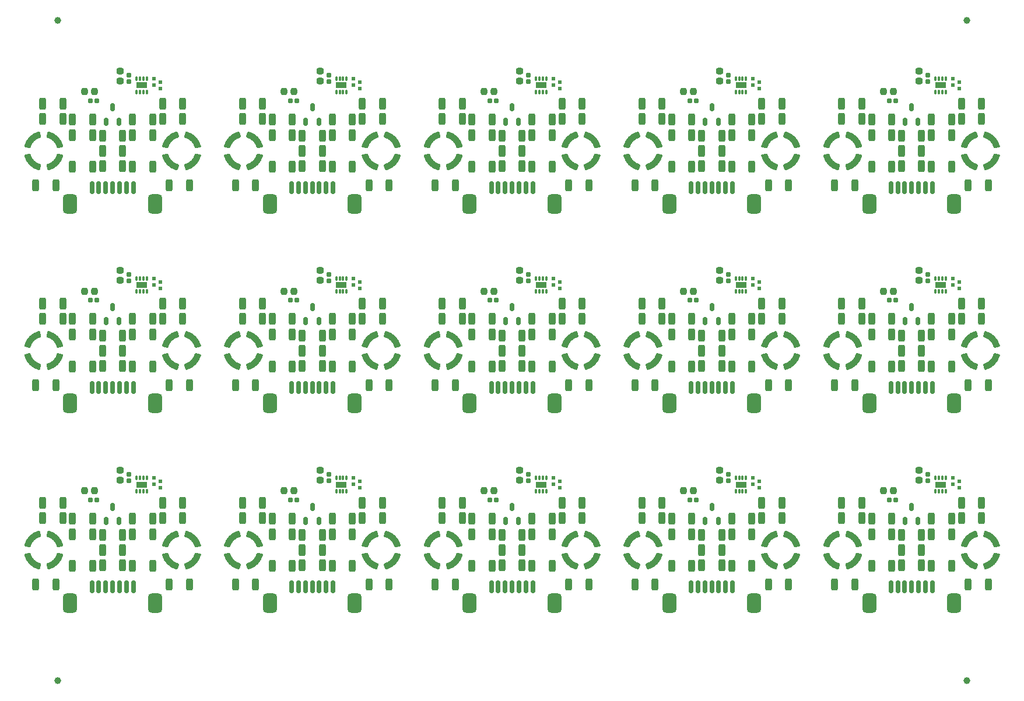
<source format=gtp>
G04*
G04 #@! TF.GenerationSoftware,Altium Limited,Altium Designer,22.3.1 (43)*
G04*
G04 Layer_Color=8421504*
%FSLAX43Y43*%
%MOMM*%
G71*
G04*
G04 #@! TF.SameCoordinates,A7882174-668A-4C85-9E38-10F84BEF39C3*
G04*
G04*
G04 #@! TF.FilePolarity,Positive*
G04*
G01*
G75*
%ADD10C,1.000*%
G04:AMPARAMS|DCode=13|XSize=1.01mm|YSize=1.73mm|CornerRadius=0.253mm|HoleSize=0mm|Usage=FLASHONLY|Rotation=180.000|XOffset=0mm|YOffset=0mm|HoleType=Round|Shape=RoundedRectangle|*
%AMROUNDEDRECTD13*
21,1,1.010,1.225,0,0,180.0*
21,1,0.505,1.730,0,0,180.0*
1,1,0.505,-0.253,0.613*
1,1,0.505,0.253,0.613*
1,1,0.505,0.253,-0.613*
1,1,0.505,-0.253,-0.613*
%
%ADD13ROUNDEDRECTD13*%
G04:AMPARAMS|DCode=14|XSize=1.9mm|YSize=0.6mm|CornerRadius=0.156mm|HoleSize=0mm|Usage=FLASHONLY|Rotation=270.000|XOffset=0mm|YOffset=0mm|HoleType=Round|Shape=RoundedRectangle|*
%AMROUNDEDRECTD14*
21,1,1.900,0.288,0,0,270.0*
21,1,1.588,0.600,0,0,270.0*
1,1,0.312,-0.144,-0.794*
1,1,0.312,-0.144,0.794*
1,1,0.312,0.144,0.794*
1,1,0.312,0.144,-0.794*
%
%ADD14ROUNDEDRECTD14*%
G04:AMPARAMS|DCode=15|XSize=2.8mm|YSize=2.1mm|CornerRadius=0.546mm|HoleSize=0mm|Usage=FLASHONLY|Rotation=270.000|XOffset=0mm|YOffset=0mm|HoleType=Round|Shape=RoundedRectangle|*
%AMROUNDEDRECTD15*
21,1,2.800,1.008,0,0,270.0*
21,1,1.708,2.100,0,0,270.0*
1,1,1.092,-0.504,-0.854*
1,1,1.092,-0.504,0.854*
1,1,1.092,0.504,0.854*
1,1,1.092,0.504,-0.854*
%
%ADD15ROUNDEDRECTD15*%
G04:AMPARAMS|DCode=16|XSize=0.68mm|YSize=0.7mm|CornerRadius=0.17mm|HoleSize=0mm|Usage=FLASHONLY|Rotation=0.000|XOffset=0mm|YOffset=0mm|HoleType=Round|Shape=RoundedRectangle|*
%AMROUNDEDRECTD16*
21,1,0.680,0.360,0,0,0.0*
21,1,0.340,0.700,0,0,0.0*
1,1,0.340,0.170,-0.180*
1,1,0.340,-0.170,-0.180*
1,1,0.340,-0.170,0.180*
1,1,0.340,0.170,0.180*
%
%ADD16ROUNDEDRECTD16*%
G04:AMPARAMS|DCode=17|XSize=0.95mm|YSize=1.02mm|CornerRadius=0.242mm|HoleSize=0mm|Usage=FLASHONLY|Rotation=270.000|XOffset=0mm|YOffset=0mm|HoleType=Round|Shape=RoundedRectangle|*
%AMROUNDEDRECTD17*
21,1,0.950,0.535,0,0,270.0*
21,1,0.466,1.020,0,0,270.0*
1,1,0.485,-0.268,-0.233*
1,1,0.485,-0.268,0.233*
1,1,0.485,0.268,0.233*
1,1,0.485,0.268,-0.233*
%
%ADD17ROUNDEDRECTD17*%
G04:AMPARAMS|DCode=18|XSize=0.95mm|YSize=1.02mm|CornerRadius=0.242mm|HoleSize=0mm|Usage=FLASHONLY|Rotation=0.000|XOffset=0mm|YOffset=0mm|HoleType=Round|Shape=RoundedRectangle|*
%AMROUNDEDRECTD18*
21,1,0.950,0.535,0,0,0.0*
21,1,0.466,1.020,0,0,0.0*
1,1,0.485,0.233,-0.268*
1,1,0.485,-0.233,-0.268*
1,1,0.485,-0.233,0.268*
1,1,0.485,0.233,0.268*
%
%ADD18ROUNDEDRECTD18*%
G04:AMPARAMS|DCode=19|XSize=0.57mm|YSize=0.58mm|CornerRadius=0.14mm|HoleSize=0mm|Usage=FLASHONLY|Rotation=90.000|XOffset=0mm|YOffset=0mm|HoleType=Round|Shape=RoundedRectangle|*
%AMROUNDEDRECTD19*
21,1,0.570,0.301,0,0,90.0*
21,1,0.291,0.580,0,0,90.0*
1,1,0.279,0.150,0.145*
1,1,0.279,0.150,-0.145*
1,1,0.279,-0.150,-0.145*
1,1,0.279,-0.150,0.145*
%
%ADD19ROUNDEDRECTD19*%
G04:AMPARAMS|DCode=20|XSize=0.68mm|YSize=0.7mm|CornerRadius=0.17mm|HoleSize=0mm|Usage=FLASHONLY|Rotation=270.000|XOffset=0mm|YOffset=0mm|HoleType=Round|Shape=RoundedRectangle|*
%AMROUNDEDRECTD20*
21,1,0.680,0.360,0,0,270.0*
21,1,0.340,0.700,0,0,270.0*
1,1,0.340,-0.180,-0.170*
1,1,0.340,-0.180,0.170*
1,1,0.340,0.180,0.170*
1,1,0.340,0.180,-0.170*
%
%ADD20ROUNDEDRECTD20*%
G04:AMPARAMS|DCode=21|XSize=0.61mm|YSize=0.28mm|CornerRadius=0.07mm|HoleSize=0mm|Usage=FLASHONLY|Rotation=270.000|XOffset=0mm|YOffset=0mm|HoleType=Round|Shape=RoundedRectangle|*
%AMROUNDEDRECTD21*
21,1,0.610,0.140,0,0,270.0*
21,1,0.470,0.280,0,0,270.0*
1,1,0.140,-0.070,-0.235*
1,1,0.140,-0.070,0.235*
1,1,0.140,0.070,0.235*
1,1,0.140,0.070,-0.235*
%
%ADD21ROUNDEDRECTD21*%
%ADD22R,1.600X0.900*%
G04:AMPARAMS|DCode=23|XSize=1.18mm|YSize=0.62mm|CornerRadius=0.161mm|HoleSize=0mm|Usage=FLASHONLY|Rotation=270.000|XOffset=0mm|YOffset=0mm|HoleType=Round|Shape=RoundedRectangle|*
%AMROUNDEDRECTD23*
21,1,1.180,0.298,0,0,270.0*
21,1,0.858,0.620,0,0,270.0*
1,1,0.322,-0.149,-0.429*
1,1,0.322,-0.149,0.429*
1,1,0.322,0.149,0.429*
1,1,0.322,0.149,-0.429*
%
%ADD23ROUNDEDRECTD23*%
%ADD29C,0.300*%
D10*
X15000Y100000D02*
D03*
X147000D02*
D03*
Y4000D02*
D03*
X15000D02*
D03*
D13*
X11840Y18000D02*
D03*
X14760D02*
D03*
X12840Y29850D02*
D03*
X15760D02*
D03*
X12840Y27650D02*
D03*
X15760D02*
D03*
X17190Y25300D02*
D03*
X20110D02*
D03*
X17190Y27600D02*
D03*
X20110D02*
D03*
X17190Y20700D02*
D03*
X20110D02*
D03*
X21540Y25200D02*
D03*
X24460D02*
D03*
X21540Y23000D02*
D03*
X24460D02*
D03*
X21540Y20800D02*
D03*
X24460D02*
D03*
X30240Y27650D02*
D03*
X33160D02*
D03*
X25890Y20700D02*
D03*
X28810D02*
D03*
X25890Y27600D02*
D03*
X28810D02*
D03*
X25890Y25300D02*
D03*
X28810D02*
D03*
X31240Y18000D02*
D03*
X34160D02*
D03*
X30240Y29850D02*
D03*
X33160D02*
D03*
X40840Y18000D02*
D03*
X43760D02*
D03*
X41840Y29850D02*
D03*
X44760D02*
D03*
X41840Y27650D02*
D03*
X44760D02*
D03*
X46190Y25300D02*
D03*
X49110D02*
D03*
X46190Y27600D02*
D03*
X49110D02*
D03*
X46190Y20700D02*
D03*
X49110D02*
D03*
X50540Y25200D02*
D03*
X53460D02*
D03*
X50540Y23000D02*
D03*
X53460D02*
D03*
X50540Y20800D02*
D03*
X53460D02*
D03*
X59240Y27650D02*
D03*
X62160D02*
D03*
X54890Y20700D02*
D03*
X57810D02*
D03*
X54890Y27600D02*
D03*
X57810D02*
D03*
X54890Y25300D02*
D03*
X57810D02*
D03*
X60240Y18000D02*
D03*
X63160D02*
D03*
X59240Y29850D02*
D03*
X62160D02*
D03*
X69840Y18000D02*
D03*
X72760D02*
D03*
X70840Y29850D02*
D03*
X73760D02*
D03*
X70840Y27650D02*
D03*
X73760D02*
D03*
X75190Y25300D02*
D03*
X78110D02*
D03*
X75190Y27600D02*
D03*
X78110D02*
D03*
X75190Y20700D02*
D03*
X78110D02*
D03*
X79540Y25200D02*
D03*
X82460D02*
D03*
X79540Y23000D02*
D03*
X82460D02*
D03*
X79540Y20800D02*
D03*
X82460D02*
D03*
X88240Y27650D02*
D03*
X91160D02*
D03*
X83890Y20700D02*
D03*
X86810D02*
D03*
X83890Y27600D02*
D03*
X86810D02*
D03*
X83890Y25300D02*
D03*
X86810D02*
D03*
X89240Y18000D02*
D03*
X92160D02*
D03*
X88240Y29850D02*
D03*
X91160D02*
D03*
X98840Y18000D02*
D03*
X101760D02*
D03*
X99840Y29850D02*
D03*
X102760D02*
D03*
X99840Y27650D02*
D03*
X102760D02*
D03*
X104190Y25300D02*
D03*
X107110D02*
D03*
X104190Y27600D02*
D03*
X107110D02*
D03*
X104190Y20700D02*
D03*
X107110D02*
D03*
X108540Y25200D02*
D03*
X111460D02*
D03*
X108540Y23000D02*
D03*
X111460D02*
D03*
X108540Y20800D02*
D03*
X111460D02*
D03*
X117240Y27650D02*
D03*
X120160D02*
D03*
X112890Y20700D02*
D03*
X115810D02*
D03*
X112890Y27600D02*
D03*
X115810D02*
D03*
X112890Y25300D02*
D03*
X115810D02*
D03*
X118240Y18000D02*
D03*
X121160D02*
D03*
X117240Y29850D02*
D03*
X120160D02*
D03*
X127840Y18000D02*
D03*
X130760D02*
D03*
X128840Y29850D02*
D03*
X131760D02*
D03*
X128840Y27650D02*
D03*
X131760D02*
D03*
X133190Y25300D02*
D03*
X136110D02*
D03*
X133190Y27600D02*
D03*
X136110D02*
D03*
X133190Y20700D02*
D03*
X136110D02*
D03*
X137540Y25200D02*
D03*
X140460D02*
D03*
X137540Y23000D02*
D03*
X140460D02*
D03*
X137540Y20800D02*
D03*
X140460D02*
D03*
X146240Y27650D02*
D03*
X149160D02*
D03*
X141890Y20700D02*
D03*
X144810D02*
D03*
X141890Y27600D02*
D03*
X144810D02*
D03*
X141890Y25300D02*
D03*
X144810D02*
D03*
X147240Y18000D02*
D03*
X150160D02*
D03*
X146240Y29850D02*
D03*
X149160D02*
D03*
X11840Y47000D02*
D03*
X14760D02*
D03*
X12840Y58850D02*
D03*
X15760D02*
D03*
X12840Y56650D02*
D03*
X15760D02*
D03*
X17190Y54300D02*
D03*
X20110D02*
D03*
X17190Y56600D02*
D03*
X20110D02*
D03*
X17190Y49700D02*
D03*
X20110D02*
D03*
X21540Y54200D02*
D03*
X24460D02*
D03*
X21540Y52000D02*
D03*
X24460D02*
D03*
X21540Y49800D02*
D03*
X24460D02*
D03*
X30240Y56650D02*
D03*
X33160D02*
D03*
X25890Y49700D02*
D03*
X28810D02*
D03*
X25890Y56600D02*
D03*
X28810D02*
D03*
X25890Y54300D02*
D03*
X28810D02*
D03*
X31240Y47000D02*
D03*
X34160D02*
D03*
X30240Y58850D02*
D03*
X33160D02*
D03*
X40840Y47000D02*
D03*
X43760D02*
D03*
X41840Y58850D02*
D03*
X44760D02*
D03*
X41840Y56650D02*
D03*
X44760D02*
D03*
X46190Y54300D02*
D03*
X49110D02*
D03*
X46190Y56600D02*
D03*
X49110D02*
D03*
X46190Y49700D02*
D03*
X49110D02*
D03*
X50540Y54200D02*
D03*
X53460D02*
D03*
X50540Y52000D02*
D03*
X53460D02*
D03*
X50540Y49800D02*
D03*
X53460D02*
D03*
X59240Y56650D02*
D03*
X62160D02*
D03*
X54890Y49700D02*
D03*
X57810D02*
D03*
X54890Y56600D02*
D03*
X57810D02*
D03*
X54890Y54300D02*
D03*
X57810D02*
D03*
X60240Y47000D02*
D03*
X63160D02*
D03*
X59240Y58850D02*
D03*
X62160D02*
D03*
X69840Y47000D02*
D03*
X72760D02*
D03*
X70840Y58850D02*
D03*
X73760D02*
D03*
X70840Y56650D02*
D03*
X73760D02*
D03*
X75190Y54300D02*
D03*
X78110D02*
D03*
X75190Y56600D02*
D03*
X78110D02*
D03*
X75190Y49700D02*
D03*
X78110D02*
D03*
X79540Y54200D02*
D03*
X82460D02*
D03*
X79540Y52000D02*
D03*
X82460D02*
D03*
X79540Y49800D02*
D03*
X82460D02*
D03*
X88240Y56650D02*
D03*
X91160D02*
D03*
X83890Y49700D02*
D03*
X86810D02*
D03*
X83890Y56600D02*
D03*
X86810D02*
D03*
X83890Y54300D02*
D03*
X86810D02*
D03*
X89240Y47000D02*
D03*
X92160D02*
D03*
X88240Y58850D02*
D03*
X91160D02*
D03*
X98840Y47000D02*
D03*
X101760D02*
D03*
X99840Y58850D02*
D03*
X102760D02*
D03*
X99840Y56650D02*
D03*
X102760D02*
D03*
X104190Y54300D02*
D03*
X107110D02*
D03*
X104190Y56600D02*
D03*
X107110D02*
D03*
X104190Y49700D02*
D03*
X107110D02*
D03*
X108540Y54200D02*
D03*
X111460D02*
D03*
X108540Y52000D02*
D03*
X111460D02*
D03*
X108540Y49800D02*
D03*
X111460D02*
D03*
X117240Y56650D02*
D03*
X120160D02*
D03*
X112890Y49700D02*
D03*
X115810D02*
D03*
X112890Y56600D02*
D03*
X115810D02*
D03*
X112890Y54300D02*
D03*
X115810D02*
D03*
X118240Y47000D02*
D03*
X121160D02*
D03*
X117240Y58850D02*
D03*
X120160D02*
D03*
X127840Y47000D02*
D03*
X130760D02*
D03*
X128840Y58850D02*
D03*
X131760D02*
D03*
X128840Y56650D02*
D03*
X131760D02*
D03*
X133190Y54300D02*
D03*
X136110D02*
D03*
X133190Y56600D02*
D03*
X136110D02*
D03*
X133190Y49700D02*
D03*
X136110D02*
D03*
X137540Y54200D02*
D03*
X140460D02*
D03*
X137540Y52000D02*
D03*
X140460D02*
D03*
X137540Y49800D02*
D03*
X140460D02*
D03*
X146240Y56650D02*
D03*
X149160D02*
D03*
X141890Y49700D02*
D03*
X144810D02*
D03*
X141890Y56600D02*
D03*
X144810D02*
D03*
X141890Y54300D02*
D03*
X144810D02*
D03*
X147240Y47000D02*
D03*
X150160D02*
D03*
X146240Y58850D02*
D03*
X149160D02*
D03*
X11840Y76000D02*
D03*
X14760D02*
D03*
X12840Y87850D02*
D03*
X15760D02*
D03*
X12840Y85650D02*
D03*
X15760D02*
D03*
X17190Y83300D02*
D03*
X20110D02*
D03*
X17190Y85600D02*
D03*
X20110D02*
D03*
X17190Y78700D02*
D03*
X20110D02*
D03*
X21540Y83200D02*
D03*
X24460D02*
D03*
X21540Y81000D02*
D03*
X24460D02*
D03*
X21540Y78800D02*
D03*
X24460D02*
D03*
X30240Y85650D02*
D03*
X33160D02*
D03*
X25890Y78700D02*
D03*
X28810D02*
D03*
X25890Y85600D02*
D03*
X28810D02*
D03*
X25890Y83300D02*
D03*
X28810D02*
D03*
X31240Y76000D02*
D03*
X34160D02*
D03*
X30240Y87850D02*
D03*
X33160D02*
D03*
X40840Y76000D02*
D03*
X43760D02*
D03*
X41840Y87850D02*
D03*
X44760D02*
D03*
X41840Y85650D02*
D03*
X44760D02*
D03*
X46190Y83300D02*
D03*
X49110D02*
D03*
X46190Y85600D02*
D03*
X49110D02*
D03*
X46190Y78700D02*
D03*
X49110D02*
D03*
X50540Y83200D02*
D03*
X53460D02*
D03*
X50540Y81000D02*
D03*
X53460D02*
D03*
X50540Y78800D02*
D03*
X53460D02*
D03*
X59240Y85650D02*
D03*
X62160D02*
D03*
X54890Y78700D02*
D03*
X57810D02*
D03*
X54890Y85600D02*
D03*
X57810D02*
D03*
X54890Y83300D02*
D03*
X57810D02*
D03*
X60240Y76000D02*
D03*
X63160D02*
D03*
X59240Y87850D02*
D03*
X62160D02*
D03*
X69840Y76000D02*
D03*
X72760D02*
D03*
X70840Y87850D02*
D03*
X73760D02*
D03*
X70840Y85650D02*
D03*
X73760D02*
D03*
X75190Y83300D02*
D03*
X78110D02*
D03*
X75190Y85600D02*
D03*
X78110D02*
D03*
X75190Y78700D02*
D03*
X78110D02*
D03*
X79540Y83200D02*
D03*
X82460D02*
D03*
X79540Y81000D02*
D03*
X82460D02*
D03*
X79540Y78800D02*
D03*
X82460D02*
D03*
X88240Y85650D02*
D03*
X91160D02*
D03*
X83890Y78700D02*
D03*
X86810D02*
D03*
X83890Y85600D02*
D03*
X86810D02*
D03*
X83890Y83300D02*
D03*
X86810D02*
D03*
X89240Y76000D02*
D03*
X92160D02*
D03*
X88240Y87850D02*
D03*
X91160D02*
D03*
X98840Y76000D02*
D03*
X101760D02*
D03*
X99840Y87850D02*
D03*
X102760D02*
D03*
X99840Y85650D02*
D03*
X102760D02*
D03*
X104190Y83300D02*
D03*
X107110D02*
D03*
X104190Y85600D02*
D03*
X107110D02*
D03*
X104190Y78700D02*
D03*
X107110D02*
D03*
X108540Y83200D02*
D03*
X111460D02*
D03*
X108540Y81000D02*
D03*
X111460D02*
D03*
X108540Y78800D02*
D03*
X111460D02*
D03*
X117240Y85650D02*
D03*
X120160D02*
D03*
X112890Y78700D02*
D03*
X115810D02*
D03*
X112890Y85600D02*
D03*
X115810D02*
D03*
X112890Y83300D02*
D03*
X115810D02*
D03*
X118240Y76000D02*
D03*
X121160D02*
D03*
X117240Y87850D02*
D03*
X120160D02*
D03*
X127840Y76000D02*
D03*
X130760D02*
D03*
X128840Y87850D02*
D03*
X131760D02*
D03*
X128840Y85650D02*
D03*
X131760D02*
D03*
X133190Y83300D02*
D03*
X136110D02*
D03*
X133190Y85600D02*
D03*
X136110D02*
D03*
X133190Y78700D02*
D03*
X136110D02*
D03*
X137540Y83200D02*
D03*
X140460D02*
D03*
X137540Y81000D02*
D03*
X140460D02*
D03*
X137540Y78800D02*
D03*
X140460D02*
D03*
X146240Y85650D02*
D03*
X149160D02*
D03*
X141890Y78700D02*
D03*
X144810D02*
D03*
X141890Y85600D02*
D03*
X144810D02*
D03*
X141890Y83300D02*
D03*
X144810D02*
D03*
X147240Y76000D02*
D03*
X150160D02*
D03*
X146240Y87850D02*
D03*
X149160D02*
D03*
D14*
X20000Y17650D02*
D03*
X21000D02*
D03*
X22000Y17650D02*
D03*
X23000D02*
D03*
X24000D02*
D03*
X25000D02*
D03*
X26000Y17650D02*
D03*
X49000D02*
D03*
X50000D02*
D03*
X51000Y17650D02*
D03*
X52000D02*
D03*
X53000D02*
D03*
X54000D02*
D03*
X55000Y17650D02*
D03*
X78000D02*
D03*
X79000D02*
D03*
X80000Y17650D02*
D03*
X81000D02*
D03*
X82000D02*
D03*
X83000D02*
D03*
X84000Y17650D02*
D03*
X107000D02*
D03*
X108000D02*
D03*
X109000Y17650D02*
D03*
X110000D02*
D03*
X111000D02*
D03*
X112000D02*
D03*
X113000Y17650D02*
D03*
X136000D02*
D03*
X137000D02*
D03*
X138000Y17650D02*
D03*
X139000D02*
D03*
X140000D02*
D03*
X141000D02*
D03*
X142000Y17650D02*
D03*
X20000Y46650D02*
D03*
X21000D02*
D03*
X22000Y46650D02*
D03*
X23000D02*
D03*
X24000D02*
D03*
X25000D02*
D03*
X26000Y46650D02*
D03*
X49000D02*
D03*
X50000D02*
D03*
X51000Y46650D02*
D03*
X52000D02*
D03*
X53000D02*
D03*
X54000D02*
D03*
X55000Y46650D02*
D03*
X78000D02*
D03*
X79000D02*
D03*
X80000Y46650D02*
D03*
X81000D02*
D03*
X82000D02*
D03*
X83000D02*
D03*
X84000Y46650D02*
D03*
X107000D02*
D03*
X108000D02*
D03*
X109000Y46650D02*
D03*
X110000D02*
D03*
X111000D02*
D03*
X112000D02*
D03*
X113000Y46650D02*
D03*
X136000D02*
D03*
X137000D02*
D03*
X138000Y46650D02*
D03*
X139000D02*
D03*
X140000D02*
D03*
X141000D02*
D03*
X142000Y46650D02*
D03*
X20000Y75650D02*
D03*
X21000D02*
D03*
X22000Y75650D02*
D03*
X23000D02*
D03*
X24000D02*
D03*
X25000D02*
D03*
X26000Y75650D02*
D03*
X49000D02*
D03*
X50000D02*
D03*
X51000Y75650D02*
D03*
X52000D02*
D03*
X53000D02*
D03*
X54000D02*
D03*
X55000Y75650D02*
D03*
X78000D02*
D03*
X79000D02*
D03*
X80000Y75650D02*
D03*
X81000D02*
D03*
X82000D02*
D03*
X83000D02*
D03*
X84000Y75650D02*
D03*
X107000D02*
D03*
X108000D02*
D03*
X109000Y75650D02*
D03*
X110000D02*
D03*
X111000D02*
D03*
X112000D02*
D03*
X113000Y75650D02*
D03*
X136000D02*
D03*
X137000D02*
D03*
X138000Y75650D02*
D03*
X139000D02*
D03*
X140000D02*
D03*
X141000D02*
D03*
X142000Y75650D02*
D03*
D15*
X16850Y15300D02*
D03*
X29150Y15300D02*
D03*
X45850Y15300D02*
D03*
X58150Y15300D02*
D03*
X74850Y15300D02*
D03*
X87150Y15300D02*
D03*
X103850Y15300D02*
D03*
X116150Y15300D02*
D03*
X132850Y15300D02*
D03*
X145150Y15300D02*
D03*
X16850Y44300D02*
D03*
X29150Y44300D02*
D03*
X45850Y44300D02*
D03*
X58150Y44300D02*
D03*
X74850Y44300D02*
D03*
X87150Y44300D02*
D03*
X103850Y44300D02*
D03*
X116150Y44300D02*
D03*
X132850Y44300D02*
D03*
X145150Y44300D02*
D03*
X16850Y73300D02*
D03*
X29150Y73300D02*
D03*
X45850Y73300D02*
D03*
X58150Y73300D02*
D03*
X74850Y73300D02*
D03*
X87150Y73300D02*
D03*
X103850Y73300D02*
D03*
X116150Y73300D02*
D03*
X132850Y73300D02*
D03*
X145150Y73300D02*
D03*
D16*
X20720Y30300D02*
D03*
X19780D02*
D03*
X49720D02*
D03*
X48780D02*
D03*
X78720D02*
D03*
X77780D02*
D03*
X107720D02*
D03*
X106780D02*
D03*
X136720D02*
D03*
X135780D02*
D03*
X20720Y59300D02*
D03*
X19780D02*
D03*
X49720D02*
D03*
X48780D02*
D03*
X78720D02*
D03*
X77780D02*
D03*
X107720D02*
D03*
X106780D02*
D03*
X136720D02*
D03*
X135780D02*
D03*
X20720Y88300D02*
D03*
X19780D02*
D03*
X49720D02*
D03*
X48780D02*
D03*
X78720D02*
D03*
X77780D02*
D03*
X107720D02*
D03*
X106780D02*
D03*
X136720D02*
D03*
X135780D02*
D03*
D17*
X24125Y33165D02*
D03*
Y34635D02*
D03*
X53125Y33165D02*
D03*
Y34635D02*
D03*
X82125Y33165D02*
D03*
Y34635D02*
D03*
X111125Y33165D02*
D03*
Y34635D02*
D03*
X140125Y33165D02*
D03*
Y34635D02*
D03*
X24125Y62165D02*
D03*
Y63635D02*
D03*
X53125Y62165D02*
D03*
Y63635D02*
D03*
X82125Y62165D02*
D03*
Y63635D02*
D03*
X111125Y62165D02*
D03*
Y63635D02*
D03*
X140125Y62165D02*
D03*
Y63635D02*
D03*
X24125Y91165D02*
D03*
Y92635D02*
D03*
X53125Y91165D02*
D03*
Y92635D02*
D03*
X82125Y91165D02*
D03*
Y92635D02*
D03*
X111125Y91165D02*
D03*
Y92635D02*
D03*
X140125Y91165D02*
D03*
Y92635D02*
D03*
D18*
X20360Y31600D02*
D03*
X18890D02*
D03*
X49360D02*
D03*
X47890D02*
D03*
X78360D02*
D03*
X76890D02*
D03*
X107360D02*
D03*
X105890D02*
D03*
X136360D02*
D03*
X134890D02*
D03*
X20360Y60600D02*
D03*
X18890D02*
D03*
X49360D02*
D03*
X47890D02*
D03*
X78360D02*
D03*
X76890D02*
D03*
X107360D02*
D03*
X105890D02*
D03*
X136360D02*
D03*
X134890D02*
D03*
X20360Y89600D02*
D03*
X18890D02*
D03*
X49360D02*
D03*
X47890D02*
D03*
X78360D02*
D03*
X76890D02*
D03*
X107360D02*
D03*
X105890D02*
D03*
X136360D02*
D03*
X134890D02*
D03*
D19*
X29000Y33495D02*
D03*
Y32565D02*
D03*
X29900Y32965D02*
D03*
Y32035D02*
D03*
X58000Y33495D02*
D03*
Y32565D02*
D03*
X58900Y32965D02*
D03*
Y32035D02*
D03*
X87000Y33495D02*
D03*
Y32565D02*
D03*
X87900Y32965D02*
D03*
Y32035D02*
D03*
X116000Y33495D02*
D03*
Y32565D02*
D03*
X116900Y32965D02*
D03*
Y32035D02*
D03*
X145000Y33495D02*
D03*
Y32565D02*
D03*
X145900Y32965D02*
D03*
Y32035D02*
D03*
X29000Y62495D02*
D03*
Y61565D02*
D03*
X29900Y61965D02*
D03*
Y61035D02*
D03*
X58000Y62495D02*
D03*
Y61565D02*
D03*
X58900Y61965D02*
D03*
Y61035D02*
D03*
X87000Y62495D02*
D03*
Y61565D02*
D03*
X87900Y61965D02*
D03*
Y61035D02*
D03*
X116000Y62495D02*
D03*
Y61565D02*
D03*
X116900Y61965D02*
D03*
Y61035D02*
D03*
X145000Y62495D02*
D03*
Y61565D02*
D03*
X145900Y61965D02*
D03*
Y61035D02*
D03*
X29000Y91495D02*
D03*
Y90565D02*
D03*
X29900Y90965D02*
D03*
Y90035D02*
D03*
X58000Y91495D02*
D03*
Y90565D02*
D03*
X58900Y90965D02*
D03*
Y90035D02*
D03*
X87000Y91495D02*
D03*
Y90565D02*
D03*
X87900Y90965D02*
D03*
Y90035D02*
D03*
X116000Y91495D02*
D03*
Y90565D02*
D03*
X116900Y90965D02*
D03*
Y90035D02*
D03*
X145000Y91495D02*
D03*
Y90565D02*
D03*
X145900Y90965D02*
D03*
Y90035D02*
D03*
D20*
X25400Y33105D02*
D03*
Y34045D02*
D03*
X54400Y33105D02*
D03*
Y34045D02*
D03*
X83400Y33105D02*
D03*
Y34045D02*
D03*
X112400Y33105D02*
D03*
Y34045D02*
D03*
X141400Y33105D02*
D03*
Y34045D02*
D03*
X25400Y62105D02*
D03*
Y63045D02*
D03*
X54400Y62105D02*
D03*
Y63045D02*
D03*
X83400Y62105D02*
D03*
Y63045D02*
D03*
X112400Y62105D02*
D03*
Y63045D02*
D03*
X141400Y62105D02*
D03*
Y63045D02*
D03*
X25400Y91105D02*
D03*
Y92045D02*
D03*
X54400Y91105D02*
D03*
Y92045D02*
D03*
X83400Y91105D02*
D03*
Y92045D02*
D03*
X112400Y91105D02*
D03*
Y92045D02*
D03*
X141400Y91105D02*
D03*
Y92045D02*
D03*
D21*
X26475Y31570D02*
D03*
X26975D02*
D03*
X27475D02*
D03*
X27975D02*
D03*
Y33480D02*
D03*
X27475D02*
D03*
X26975D02*
D03*
X26475D02*
D03*
X55475Y31570D02*
D03*
X55975D02*
D03*
X56475D02*
D03*
X56975D02*
D03*
Y33480D02*
D03*
X56475D02*
D03*
X55975D02*
D03*
X55475D02*
D03*
X84475Y31570D02*
D03*
X84975D02*
D03*
X85475D02*
D03*
X85975D02*
D03*
Y33480D02*
D03*
X85475D02*
D03*
X84975D02*
D03*
X84475D02*
D03*
X113475Y31570D02*
D03*
X113975D02*
D03*
X114475D02*
D03*
X114975D02*
D03*
Y33480D02*
D03*
X114475D02*
D03*
X113975D02*
D03*
X113475D02*
D03*
X142475Y31570D02*
D03*
X142975D02*
D03*
X143475D02*
D03*
X143975D02*
D03*
Y33480D02*
D03*
X143475D02*
D03*
X142975D02*
D03*
X142475D02*
D03*
X26475Y60570D02*
D03*
X26975D02*
D03*
X27475D02*
D03*
X27975D02*
D03*
Y62480D02*
D03*
X27475D02*
D03*
X26975D02*
D03*
X26475D02*
D03*
X55475Y60570D02*
D03*
X55975D02*
D03*
X56475D02*
D03*
X56975D02*
D03*
Y62480D02*
D03*
X56475D02*
D03*
X55975D02*
D03*
X55475D02*
D03*
X84475Y60570D02*
D03*
X84975D02*
D03*
X85475D02*
D03*
X85975D02*
D03*
Y62480D02*
D03*
X85475D02*
D03*
X84975D02*
D03*
X84475D02*
D03*
X113475Y60570D02*
D03*
X113975D02*
D03*
X114475D02*
D03*
X114975D02*
D03*
Y62480D02*
D03*
X114475D02*
D03*
X113975D02*
D03*
X113475D02*
D03*
X142475Y60570D02*
D03*
X142975D02*
D03*
X143475D02*
D03*
X143975D02*
D03*
Y62480D02*
D03*
X143475D02*
D03*
X142975D02*
D03*
X142475D02*
D03*
X26475Y89570D02*
D03*
X26975D02*
D03*
X27475D02*
D03*
X27975D02*
D03*
Y91480D02*
D03*
X27475D02*
D03*
X26975D02*
D03*
X26475D02*
D03*
X55475Y89570D02*
D03*
X55975D02*
D03*
X56475D02*
D03*
X56975D02*
D03*
Y91480D02*
D03*
X56475D02*
D03*
X55975D02*
D03*
X55475D02*
D03*
X84475Y89570D02*
D03*
X84975D02*
D03*
X85475D02*
D03*
X85975D02*
D03*
Y91480D02*
D03*
X85475D02*
D03*
X84975D02*
D03*
X84475D02*
D03*
X113475Y89570D02*
D03*
X113975D02*
D03*
X114475D02*
D03*
X114975D02*
D03*
Y91480D02*
D03*
X114475D02*
D03*
X113975D02*
D03*
X113475D02*
D03*
X142475Y89570D02*
D03*
X142975D02*
D03*
X143475D02*
D03*
X143975D02*
D03*
Y91480D02*
D03*
X143475D02*
D03*
X142975D02*
D03*
X142475D02*
D03*
D22*
X27225Y32525D02*
D03*
X56225D02*
D03*
X85225D02*
D03*
X114225D02*
D03*
X143225D02*
D03*
X27225Y61525D02*
D03*
X56225D02*
D03*
X85225D02*
D03*
X114225D02*
D03*
X143225D02*
D03*
X27225Y90525D02*
D03*
X56225D02*
D03*
X85225D02*
D03*
X114225D02*
D03*
X143225D02*
D03*
D23*
X22050Y27240D02*
D03*
X23950D02*
D03*
X23000Y29310D02*
D03*
X51050Y27240D02*
D03*
X52950D02*
D03*
X52000Y29310D02*
D03*
X80050Y27240D02*
D03*
X81950D02*
D03*
X81000Y29310D02*
D03*
X109050Y27240D02*
D03*
X110950D02*
D03*
X110000Y29310D02*
D03*
X138050Y27240D02*
D03*
X139950D02*
D03*
X139000Y29310D02*
D03*
X22050Y56240D02*
D03*
X23950D02*
D03*
X23000Y58310D02*
D03*
X51050Y56240D02*
D03*
X52950D02*
D03*
X52000Y58310D02*
D03*
X80050Y56240D02*
D03*
X81950D02*
D03*
X81000Y58310D02*
D03*
X109050Y56240D02*
D03*
X110950D02*
D03*
X110000Y58310D02*
D03*
X138050Y56240D02*
D03*
X139950D02*
D03*
X139000Y58310D02*
D03*
X22050Y85240D02*
D03*
X23950D02*
D03*
X23000Y87310D02*
D03*
X51050Y85240D02*
D03*
X52950D02*
D03*
X52000Y87310D02*
D03*
X80050Y85240D02*
D03*
X81950D02*
D03*
X81000Y87310D02*
D03*
X109050Y85240D02*
D03*
X110950D02*
D03*
X110000Y87310D02*
D03*
X138050Y85240D02*
D03*
X139950D02*
D03*
X139000Y87310D02*
D03*
D29*
X13712Y20344D02*
G03*
X15656Y22288I-712J2656D01*
G01*
X10344D02*
G03*
X12288Y20344I2656J712D01*
G01*
Y25656D02*
G03*
X10344Y23712I712J-2656D01*
G01*
X15656D02*
G03*
X13712Y25656I-2656J-712D01*
G01*
X13608Y20730D02*
G03*
X15270Y22392I-608J2270D01*
G01*
X10730D02*
G03*
X12392Y20730I2270J608D01*
G01*
Y25270D02*
G03*
X10730Y23608I608J-2270D01*
G01*
X15270D02*
G03*
X13608Y25270I-2270J-608D01*
G01*
X13660Y20537D02*
G03*
X15463Y22340I-660J2463D01*
G01*
Y23660D02*
G03*
X13660Y25463I-2463J-660D01*
G01*
X12340D02*
G03*
X10537Y23660I660J-2463D01*
G01*
Y22340D02*
G03*
X12340Y20537I2463J660D01*
G01*
X13556Y20923D02*
G03*
X15077Y22444I-556J2077D01*
G01*
X10923D02*
G03*
X12444Y20923I2077J556D01*
G01*
Y25077D02*
G03*
X10923Y23556I556J-2077D01*
G01*
X15077D02*
G03*
X13556Y25077I-2077J-556D01*
G01*
X35077Y23556D02*
G03*
X33556Y25077I-2077J-556D01*
G01*
X32444D02*
G03*
X30923Y23556I556J-2077D01*
G01*
Y22444D02*
G03*
X32444Y20923I2077J556D01*
G01*
X33556D02*
G03*
X35077Y22444I-556J2077D01*
G01*
X30537Y22340D02*
G03*
X32340Y20537I2463J660D01*
G01*
Y25463D02*
G03*
X30537Y23660I660J-2463D01*
G01*
X35463D02*
G03*
X33660Y25463I-2463J-660D01*
G01*
Y20537D02*
G03*
X35463Y22340I-660J2463D01*
G01*
X35270Y23608D02*
G03*
X33608Y25270I-2270J-608D01*
G01*
X32392D02*
G03*
X30730Y23608I608J-2270D01*
G01*
Y22392D02*
G03*
X32392Y20730I2270J608D01*
G01*
X33608D02*
G03*
X35270Y22392I-608J2270D01*
G01*
X35656Y23712D02*
G03*
X33712Y25656I-2656J-712D01*
G01*
X32288D02*
G03*
X30344Y23712I712J-2656D01*
G01*
Y22288D02*
G03*
X32288Y20344I2656J712D01*
G01*
X33712D02*
G03*
X35656Y22288I-712J2656D01*
G01*
X13556Y25077D02*
X13712Y25656D01*
X15077Y23556D02*
X15656Y23712D01*
X15077Y22444D02*
X15656Y22288D01*
X13556Y20923D02*
X13712Y20344D01*
X12288D02*
X12444Y20923D01*
X10344Y22288D02*
X10923Y22444D01*
X10344Y23712D02*
X10923Y23556D01*
X12288Y25656D02*
X12444Y25077D01*
X32288Y25656D02*
X32444Y25077D01*
X30344Y23712D02*
X30923Y23556D01*
X30344Y22288D02*
X30923Y22444D01*
X32288Y20344D02*
X32444Y20923D01*
X33556D02*
X33712Y20344D01*
X35077Y22444D02*
X35656Y22288D01*
X35077Y23556D02*
X35656Y23712D01*
X33556Y25077D02*
X33712Y25656D01*
X42712Y20344D02*
G03*
X44656Y22288I-712J2656D01*
G01*
X39344D02*
G03*
X41288Y20344I2656J712D01*
G01*
Y25656D02*
G03*
X39344Y23712I712J-2656D01*
G01*
X44656D02*
G03*
X42712Y25656I-2656J-712D01*
G01*
X42608Y20730D02*
G03*
X44270Y22392I-608J2270D01*
G01*
X39730D02*
G03*
X41392Y20730I2270J608D01*
G01*
Y25270D02*
G03*
X39730Y23608I608J-2270D01*
G01*
X44270D02*
G03*
X42608Y25270I-2270J-608D01*
G01*
X42660Y20537D02*
G03*
X44463Y22340I-660J2463D01*
G01*
Y23660D02*
G03*
X42660Y25463I-2463J-660D01*
G01*
X41340D02*
G03*
X39537Y23660I660J-2463D01*
G01*
Y22340D02*
G03*
X41340Y20537I2463J660D01*
G01*
X42556Y20923D02*
G03*
X44077Y22444I-556J2077D01*
G01*
X39923D02*
G03*
X41444Y20923I2077J556D01*
G01*
Y25077D02*
G03*
X39923Y23556I556J-2077D01*
G01*
X44077D02*
G03*
X42556Y25077I-2077J-556D01*
G01*
X64077Y23556D02*
G03*
X62556Y25077I-2077J-556D01*
G01*
X61444D02*
G03*
X59923Y23556I556J-2077D01*
G01*
Y22444D02*
G03*
X61444Y20923I2077J556D01*
G01*
X62556D02*
G03*
X64077Y22444I-556J2077D01*
G01*
X59537Y22340D02*
G03*
X61340Y20537I2463J660D01*
G01*
Y25463D02*
G03*
X59537Y23660I660J-2463D01*
G01*
X64463D02*
G03*
X62660Y25463I-2463J-660D01*
G01*
Y20537D02*
G03*
X64463Y22340I-660J2463D01*
G01*
X64270Y23608D02*
G03*
X62608Y25270I-2270J-608D01*
G01*
X61392D02*
G03*
X59730Y23608I608J-2270D01*
G01*
Y22392D02*
G03*
X61392Y20730I2270J608D01*
G01*
X62608D02*
G03*
X64270Y22392I-608J2270D01*
G01*
X64656Y23712D02*
G03*
X62712Y25656I-2656J-712D01*
G01*
X61288D02*
G03*
X59344Y23712I712J-2656D01*
G01*
Y22288D02*
G03*
X61288Y20344I2656J712D01*
G01*
X62712D02*
G03*
X64656Y22288I-712J2656D01*
G01*
X42556Y25077D02*
X42712Y25656D01*
X44077Y23556D02*
X44656Y23712D01*
X44077Y22444D02*
X44656Y22288D01*
X42556Y20923D02*
X42712Y20344D01*
X41288D02*
X41444Y20923D01*
X39344Y22288D02*
X39923Y22444D01*
X39344Y23712D02*
X39923Y23556D01*
X41288Y25656D02*
X41444Y25077D01*
X61288Y25656D02*
X61444Y25077D01*
X59344Y23712D02*
X59923Y23556D01*
X59344Y22288D02*
X59923Y22444D01*
X61288Y20344D02*
X61444Y20923D01*
X62556D02*
X62712Y20344D01*
X64077Y22444D02*
X64656Y22288D01*
X64077Y23556D02*
X64656Y23712D01*
X62556Y25077D02*
X62712Y25656D01*
X71712Y20344D02*
G03*
X73656Y22288I-712J2656D01*
G01*
X68344D02*
G03*
X70288Y20344I2656J712D01*
G01*
Y25656D02*
G03*
X68344Y23712I712J-2656D01*
G01*
X73656D02*
G03*
X71712Y25656I-2656J-712D01*
G01*
X71608Y20730D02*
G03*
X73270Y22392I-608J2270D01*
G01*
X68730D02*
G03*
X70392Y20730I2270J608D01*
G01*
Y25270D02*
G03*
X68730Y23608I608J-2270D01*
G01*
X73270D02*
G03*
X71608Y25270I-2270J-608D01*
G01*
X71660Y20537D02*
G03*
X73463Y22340I-660J2463D01*
G01*
Y23660D02*
G03*
X71660Y25463I-2463J-660D01*
G01*
X70340D02*
G03*
X68537Y23660I660J-2463D01*
G01*
Y22340D02*
G03*
X70340Y20537I2463J660D01*
G01*
X71556Y20923D02*
G03*
X73077Y22444I-556J2077D01*
G01*
X68923D02*
G03*
X70444Y20923I2077J556D01*
G01*
Y25077D02*
G03*
X68923Y23556I556J-2077D01*
G01*
X73077D02*
G03*
X71556Y25077I-2077J-556D01*
G01*
X93077Y23556D02*
G03*
X91556Y25077I-2077J-556D01*
G01*
X90444D02*
G03*
X88923Y23556I556J-2077D01*
G01*
Y22444D02*
G03*
X90444Y20923I2077J556D01*
G01*
X91556D02*
G03*
X93077Y22444I-556J2077D01*
G01*
X88537Y22340D02*
G03*
X90340Y20537I2463J660D01*
G01*
Y25463D02*
G03*
X88537Y23660I660J-2463D01*
G01*
X93463D02*
G03*
X91660Y25463I-2463J-660D01*
G01*
Y20537D02*
G03*
X93463Y22340I-660J2463D01*
G01*
X93270Y23608D02*
G03*
X91608Y25270I-2270J-608D01*
G01*
X90392D02*
G03*
X88730Y23608I608J-2270D01*
G01*
Y22392D02*
G03*
X90392Y20730I2270J608D01*
G01*
X91608D02*
G03*
X93270Y22392I-608J2270D01*
G01*
X93656Y23712D02*
G03*
X91712Y25656I-2656J-712D01*
G01*
X90288D02*
G03*
X88344Y23712I712J-2656D01*
G01*
Y22288D02*
G03*
X90288Y20344I2656J712D01*
G01*
X91712D02*
G03*
X93656Y22288I-712J2656D01*
G01*
X71556Y25077D02*
X71712Y25656D01*
X73077Y23556D02*
X73656Y23712D01*
X73077Y22444D02*
X73656Y22288D01*
X71556Y20923D02*
X71712Y20344D01*
X70288D02*
X70444Y20923D01*
X68344Y22288D02*
X68923Y22444D01*
X68344Y23712D02*
X68923Y23556D01*
X70288Y25656D02*
X70444Y25077D01*
X90288Y25656D02*
X90444Y25077D01*
X88344Y23712D02*
X88923Y23556D01*
X88344Y22288D02*
X88923Y22444D01*
X90288Y20344D02*
X90444Y20923D01*
X91556D02*
X91712Y20344D01*
X93077Y22444D02*
X93656Y22288D01*
X93077Y23556D02*
X93656Y23712D01*
X91556Y25077D02*
X91712Y25656D01*
X100712Y20344D02*
G03*
X102656Y22288I-712J2656D01*
G01*
X97344D02*
G03*
X99288Y20344I2656J712D01*
G01*
Y25656D02*
G03*
X97344Y23712I712J-2656D01*
G01*
X102656D02*
G03*
X100712Y25656I-2656J-712D01*
G01*
X100608Y20730D02*
G03*
X102270Y22392I-608J2270D01*
G01*
X97730D02*
G03*
X99392Y20730I2270J608D01*
G01*
Y25270D02*
G03*
X97730Y23608I608J-2270D01*
G01*
X102270D02*
G03*
X100608Y25270I-2270J-608D01*
G01*
X100660Y20537D02*
G03*
X102463Y22340I-660J2463D01*
G01*
Y23660D02*
G03*
X100660Y25463I-2463J-660D01*
G01*
X99340D02*
G03*
X97537Y23660I660J-2463D01*
G01*
Y22340D02*
G03*
X99340Y20537I2463J660D01*
G01*
X100556Y20923D02*
G03*
X102077Y22444I-556J2077D01*
G01*
X97923D02*
G03*
X99444Y20923I2077J556D01*
G01*
Y25077D02*
G03*
X97923Y23556I556J-2077D01*
G01*
X102077D02*
G03*
X100556Y25077I-2077J-556D01*
G01*
X122077Y23556D02*
G03*
X120556Y25077I-2077J-556D01*
G01*
X119444D02*
G03*
X117923Y23556I556J-2077D01*
G01*
Y22444D02*
G03*
X119444Y20923I2077J556D01*
G01*
X120556D02*
G03*
X122077Y22444I-556J2077D01*
G01*
X117537Y22340D02*
G03*
X119340Y20537I2463J660D01*
G01*
Y25463D02*
G03*
X117537Y23660I660J-2463D01*
G01*
X122463D02*
G03*
X120660Y25463I-2463J-660D01*
G01*
Y20537D02*
G03*
X122463Y22340I-660J2463D01*
G01*
X122270Y23608D02*
G03*
X120608Y25270I-2270J-608D01*
G01*
X119392D02*
G03*
X117730Y23608I608J-2270D01*
G01*
Y22392D02*
G03*
X119392Y20730I2270J608D01*
G01*
X120608D02*
G03*
X122270Y22392I-608J2270D01*
G01*
X122656Y23712D02*
G03*
X120712Y25656I-2656J-712D01*
G01*
X119288D02*
G03*
X117344Y23712I712J-2656D01*
G01*
Y22288D02*
G03*
X119288Y20344I2656J712D01*
G01*
X120712D02*
G03*
X122656Y22288I-712J2656D01*
G01*
X100556Y25077D02*
X100712Y25656D01*
X102077Y23556D02*
X102656Y23712D01*
X102077Y22444D02*
X102656Y22288D01*
X100556Y20923D02*
X100712Y20344D01*
X99288D02*
X99444Y20923D01*
X97344Y22288D02*
X97923Y22444D01*
X97344Y23712D02*
X97923Y23556D01*
X99288Y25656D02*
X99444Y25077D01*
X119288Y25656D02*
X119444Y25077D01*
X117344Y23712D02*
X117923Y23556D01*
X117344Y22288D02*
X117923Y22444D01*
X119288Y20344D02*
X119444Y20923D01*
X120556D02*
X120712Y20344D01*
X122077Y22444D02*
X122656Y22288D01*
X122077Y23556D02*
X122656Y23712D01*
X120556Y25077D02*
X120712Y25656D01*
X129712Y20344D02*
G03*
X131656Y22288I-712J2656D01*
G01*
X126344D02*
G03*
X128288Y20344I2656J712D01*
G01*
Y25656D02*
G03*
X126344Y23712I712J-2656D01*
G01*
X131656D02*
G03*
X129712Y25656I-2656J-712D01*
G01*
X129608Y20730D02*
G03*
X131270Y22392I-608J2270D01*
G01*
X126730D02*
G03*
X128392Y20730I2270J608D01*
G01*
Y25270D02*
G03*
X126730Y23608I608J-2270D01*
G01*
X131270D02*
G03*
X129608Y25270I-2270J-608D01*
G01*
X129660Y20537D02*
G03*
X131463Y22340I-660J2463D01*
G01*
Y23660D02*
G03*
X129660Y25463I-2463J-660D01*
G01*
X128340D02*
G03*
X126537Y23660I660J-2463D01*
G01*
Y22340D02*
G03*
X128340Y20537I2463J660D01*
G01*
X129556Y20923D02*
G03*
X131077Y22444I-556J2077D01*
G01*
X126923D02*
G03*
X128444Y20923I2077J556D01*
G01*
Y25077D02*
G03*
X126923Y23556I556J-2077D01*
G01*
X131077D02*
G03*
X129556Y25077I-2077J-556D01*
G01*
X151077Y23556D02*
G03*
X149556Y25077I-2077J-556D01*
G01*
X148444D02*
G03*
X146923Y23556I556J-2077D01*
G01*
Y22444D02*
G03*
X148444Y20923I2077J556D01*
G01*
X149556D02*
G03*
X151077Y22444I-556J2077D01*
G01*
X146537Y22340D02*
G03*
X148340Y20537I2463J660D01*
G01*
Y25463D02*
G03*
X146537Y23660I660J-2463D01*
G01*
X151463D02*
G03*
X149660Y25463I-2463J-660D01*
G01*
Y20537D02*
G03*
X151463Y22340I-660J2463D01*
G01*
X151270Y23608D02*
G03*
X149608Y25270I-2270J-608D01*
G01*
X148392D02*
G03*
X146730Y23608I608J-2270D01*
G01*
Y22392D02*
G03*
X148392Y20730I2270J608D01*
G01*
X149608D02*
G03*
X151270Y22392I-608J2270D01*
G01*
X151656Y23712D02*
G03*
X149712Y25656I-2656J-712D01*
G01*
X148288D02*
G03*
X146344Y23712I712J-2656D01*
G01*
Y22288D02*
G03*
X148288Y20344I2656J712D01*
G01*
X149712D02*
G03*
X151656Y22288I-712J2656D01*
G01*
X129556Y25077D02*
X129712Y25656D01*
X131077Y23556D02*
X131656Y23712D01*
X131077Y22444D02*
X131656Y22288D01*
X129556Y20923D02*
X129712Y20344D01*
X128288D02*
X128444Y20923D01*
X126344Y22288D02*
X126923Y22444D01*
X126344Y23712D02*
X126923Y23556D01*
X128288Y25656D02*
X128444Y25077D01*
X148288Y25656D02*
X148444Y25077D01*
X146344Y23712D02*
X146923Y23556D01*
X146344Y22288D02*
X146923Y22444D01*
X148288Y20344D02*
X148444Y20923D01*
X149556D02*
X149712Y20344D01*
X151077Y22444D02*
X151656Y22288D01*
X151077Y23556D02*
X151656Y23712D01*
X149556Y25077D02*
X149712Y25656D01*
X13712Y49344D02*
G03*
X15656Y51288I-712J2656D01*
G01*
X10344D02*
G03*
X12288Y49344I2656J712D01*
G01*
Y54656D02*
G03*
X10344Y52712I712J-2656D01*
G01*
X15656D02*
G03*
X13712Y54656I-2656J-712D01*
G01*
X13608Y49730D02*
G03*
X15270Y51392I-608J2270D01*
G01*
X10730D02*
G03*
X12392Y49730I2270J608D01*
G01*
Y54270D02*
G03*
X10730Y52608I608J-2270D01*
G01*
X15270D02*
G03*
X13608Y54270I-2270J-608D01*
G01*
X13660Y49537D02*
G03*
X15463Y51340I-660J2463D01*
G01*
Y52660D02*
G03*
X13660Y54463I-2463J-660D01*
G01*
X12340D02*
G03*
X10537Y52660I660J-2463D01*
G01*
Y51340D02*
G03*
X12340Y49537I2463J660D01*
G01*
X13556Y49923D02*
G03*
X15077Y51444I-556J2077D01*
G01*
X10923D02*
G03*
X12444Y49923I2077J556D01*
G01*
Y54077D02*
G03*
X10923Y52556I556J-2077D01*
G01*
X15077D02*
G03*
X13556Y54077I-2077J-556D01*
G01*
X35077Y52556D02*
G03*
X33556Y54077I-2077J-556D01*
G01*
X32444D02*
G03*
X30923Y52556I556J-2077D01*
G01*
Y51444D02*
G03*
X32444Y49923I2077J556D01*
G01*
X33556D02*
G03*
X35077Y51444I-556J2077D01*
G01*
X30537Y51340D02*
G03*
X32340Y49537I2463J660D01*
G01*
Y54463D02*
G03*
X30537Y52660I660J-2463D01*
G01*
X35463D02*
G03*
X33660Y54463I-2463J-660D01*
G01*
Y49537D02*
G03*
X35463Y51340I-660J2463D01*
G01*
X35270Y52608D02*
G03*
X33608Y54270I-2270J-608D01*
G01*
X32392D02*
G03*
X30730Y52608I608J-2270D01*
G01*
Y51392D02*
G03*
X32392Y49730I2270J608D01*
G01*
X33608D02*
G03*
X35270Y51392I-608J2270D01*
G01*
X35656Y52712D02*
G03*
X33712Y54656I-2656J-712D01*
G01*
X32288D02*
G03*
X30344Y52712I712J-2656D01*
G01*
Y51288D02*
G03*
X32288Y49344I2656J712D01*
G01*
X33712D02*
G03*
X35656Y51288I-712J2656D01*
G01*
X13556Y54077D02*
X13712Y54656D01*
X15077Y52556D02*
X15656Y52712D01*
X15077Y51444D02*
X15656Y51288D01*
X13556Y49923D02*
X13712Y49344D01*
X12288D02*
X12444Y49923D01*
X10344Y51288D02*
X10923Y51444D01*
X10344Y52712D02*
X10923Y52556D01*
X12288Y54656D02*
X12444Y54077D01*
X32288Y54656D02*
X32444Y54077D01*
X30344Y52712D02*
X30923Y52556D01*
X30344Y51288D02*
X30923Y51444D01*
X32288Y49344D02*
X32444Y49923D01*
X33556D02*
X33712Y49344D01*
X35077Y51444D02*
X35656Y51288D01*
X35077Y52556D02*
X35656Y52712D01*
X33556Y54077D02*
X33712Y54656D01*
X42712Y49344D02*
G03*
X44656Y51288I-712J2656D01*
G01*
X39344D02*
G03*
X41288Y49344I2656J712D01*
G01*
Y54656D02*
G03*
X39344Y52712I712J-2656D01*
G01*
X44656D02*
G03*
X42712Y54656I-2656J-712D01*
G01*
X42608Y49730D02*
G03*
X44270Y51392I-608J2270D01*
G01*
X39730D02*
G03*
X41392Y49730I2270J608D01*
G01*
Y54270D02*
G03*
X39730Y52608I608J-2270D01*
G01*
X44270D02*
G03*
X42608Y54270I-2270J-608D01*
G01*
X42660Y49537D02*
G03*
X44463Y51340I-660J2463D01*
G01*
Y52660D02*
G03*
X42660Y54463I-2463J-660D01*
G01*
X41340D02*
G03*
X39537Y52660I660J-2463D01*
G01*
Y51340D02*
G03*
X41340Y49537I2463J660D01*
G01*
X42556Y49923D02*
G03*
X44077Y51444I-556J2077D01*
G01*
X39923D02*
G03*
X41444Y49923I2077J556D01*
G01*
Y54077D02*
G03*
X39923Y52556I556J-2077D01*
G01*
X44077D02*
G03*
X42556Y54077I-2077J-556D01*
G01*
X64077Y52556D02*
G03*
X62556Y54077I-2077J-556D01*
G01*
X61444D02*
G03*
X59923Y52556I556J-2077D01*
G01*
Y51444D02*
G03*
X61444Y49923I2077J556D01*
G01*
X62556D02*
G03*
X64077Y51444I-556J2077D01*
G01*
X59537Y51340D02*
G03*
X61340Y49537I2463J660D01*
G01*
Y54463D02*
G03*
X59537Y52660I660J-2463D01*
G01*
X64463D02*
G03*
X62660Y54463I-2463J-660D01*
G01*
Y49537D02*
G03*
X64463Y51340I-660J2463D01*
G01*
X64270Y52608D02*
G03*
X62608Y54270I-2270J-608D01*
G01*
X61392D02*
G03*
X59730Y52608I608J-2270D01*
G01*
Y51392D02*
G03*
X61392Y49730I2270J608D01*
G01*
X62608D02*
G03*
X64270Y51392I-608J2270D01*
G01*
X64656Y52712D02*
G03*
X62712Y54656I-2656J-712D01*
G01*
X61288D02*
G03*
X59344Y52712I712J-2656D01*
G01*
Y51288D02*
G03*
X61288Y49344I2656J712D01*
G01*
X62712D02*
G03*
X64656Y51288I-712J2656D01*
G01*
X42556Y54077D02*
X42712Y54656D01*
X44077Y52556D02*
X44656Y52712D01*
X44077Y51444D02*
X44656Y51288D01*
X42556Y49923D02*
X42712Y49344D01*
X41288D02*
X41444Y49923D01*
X39344Y51288D02*
X39923Y51444D01*
X39344Y52712D02*
X39923Y52556D01*
X41288Y54656D02*
X41444Y54077D01*
X61288Y54656D02*
X61444Y54077D01*
X59344Y52712D02*
X59923Y52556D01*
X59344Y51288D02*
X59923Y51444D01*
X61288Y49344D02*
X61444Y49923D01*
X62556D02*
X62712Y49344D01*
X64077Y51444D02*
X64656Y51288D01*
X64077Y52556D02*
X64656Y52712D01*
X62556Y54077D02*
X62712Y54656D01*
X71712Y49344D02*
G03*
X73656Y51288I-712J2656D01*
G01*
X68344D02*
G03*
X70288Y49344I2656J712D01*
G01*
Y54656D02*
G03*
X68344Y52712I712J-2656D01*
G01*
X73656D02*
G03*
X71712Y54656I-2656J-712D01*
G01*
X71608Y49730D02*
G03*
X73270Y51392I-608J2270D01*
G01*
X68730D02*
G03*
X70392Y49730I2270J608D01*
G01*
Y54270D02*
G03*
X68730Y52608I608J-2270D01*
G01*
X73270D02*
G03*
X71608Y54270I-2270J-608D01*
G01*
X71660Y49537D02*
G03*
X73463Y51340I-660J2463D01*
G01*
Y52660D02*
G03*
X71660Y54463I-2463J-660D01*
G01*
X70340D02*
G03*
X68537Y52660I660J-2463D01*
G01*
Y51340D02*
G03*
X70340Y49537I2463J660D01*
G01*
X71556Y49923D02*
G03*
X73077Y51444I-556J2077D01*
G01*
X68923D02*
G03*
X70444Y49923I2077J556D01*
G01*
Y54077D02*
G03*
X68923Y52556I556J-2077D01*
G01*
X73077D02*
G03*
X71556Y54077I-2077J-556D01*
G01*
X93077Y52556D02*
G03*
X91556Y54077I-2077J-556D01*
G01*
X90444D02*
G03*
X88923Y52556I556J-2077D01*
G01*
Y51444D02*
G03*
X90444Y49923I2077J556D01*
G01*
X91556D02*
G03*
X93077Y51444I-556J2077D01*
G01*
X88537Y51340D02*
G03*
X90340Y49537I2463J660D01*
G01*
Y54463D02*
G03*
X88537Y52660I660J-2463D01*
G01*
X93463D02*
G03*
X91660Y54463I-2463J-660D01*
G01*
Y49537D02*
G03*
X93463Y51340I-660J2463D01*
G01*
X93270Y52608D02*
G03*
X91608Y54270I-2270J-608D01*
G01*
X90392D02*
G03*
X88730Y52608I608J-2270D01*
G01*
Y51392D02*
G03*
X90392Y49730I2270J608D01*
G01*
X91608D02*
G03*
X93270Y51392I-608J2270D01*
G01*
X93656Y52712D02*
G03*
X91712Y54656I-2656J-712D01*
G01*
X90288D02*
G03*
X88344Y52712I712J-2656D01*
G01*
Y51288D02*
G03*
X90288Y49344I2656J712D01*
G01*
X91712D02*
G03*
X93656Y51288I-712J2656D01*
G01*
X71556Y54077D02*
X71712Y54656D01*
X73077Y52556D02*
X73656Y52712D01*
X73077Y51444D02*
X73656Y51288D01*
X71556Y49923D02*
X71712Y49344D01*
X70288D02*
X70444Y49923D01*
X68344Y51288D02*
X68923Y51444D01*
X68344Y52712D02*
X68923Y52556D01*
X70288Y54656D02*
X70444Y54077D01*
X90288Y54656D02*
X90444Y54077D01*
X88344Y52712D02*
X88923Y52556D01*
X88344Y51288D02*
X88923Y51444D01*
X90288Y49344D02*
X90444Y49923D01*
X91556D02*
X91712Y49344D01*
X93077Y51444D02*
X93656Y51288D01*
X93077Y52556D02*
X93656Y52712D01*
X91556Y54077D02*
X91712Y54656D01*
X100712Y49344D02*
G03*
X102656Y51288I-712J2656D01*
G01*
X97344D02*
G03*
X99288Y49344I2656J712D01*
G01*
Y54656D02*
G03*
X97344Y52712I712J-2656D01*
G01*
X102656D02*
G03*
X100712Y54656I-2656J-712D01*
G01*
X100608Y49730D02*
G03*
X102270Y51392I-608J2270D01*
G01*
X97730D02*
G03*
X99392Y49730I2270J608D01*
G01*
Y54270D02*
G03*
X97730Y52608I608J-2270D01*
G01*
X102270D02*
G03*
X100608Y54270I-2270J-608D01*
G01*
X100660Y49537D02*
G03*
X102463Y51340I-660J2463D01*
G01*
Y52660D02*
G03*
X100660Y54463I-2463J-660D01*
G01*
X99340D02*
G03*
X97537Y52660I660J-2463D01*
G01*
Y51340D02*
G03*
X99340Y49537I2463J660D01*
G01*
X100556Y49923D02*
G03*
X102077Y51444I-556J2077D01*
G01*
X97923D02*
G03*
X99444Y49923I2077J556D01*
G01*
Y54077D02*
G03*
X97923Y52556I556J-2077D01*
G01*
X102077D02*
G03*
X100556Y54077I-2077J-556D01*
G01*
X122077Y52556D02*
G03*
X120556Y54077I-2077J-556D01*
G01*
X119444D02*
G03*
X117923Y52556I556J-2077D01*
G01*
Y51444D02*
G03*
X119444Y49923I2077J556D01*
G01*
X120556D02*
G03*
X122077Y51444I-556J2077D01*
G01*
X117537Y51340D02*
G03*
X119340Y49537I2463J660D01*
G01*
Y54463D02*
G03*
X117537Y52660I660J-2463D01*
G01*
X122463D02*
G03*
X120660Y54463I-2463J-660D01*
G01*
Y49537D02*
G03*
X122463Y51340I-660J2463D01*
G01*
X122270Y52608D02*
G03*
X120608Y54270I-2270J-608D01*
G01*
X119392D02*
G03*
X117730Y52608I608J-2270D01*
G01*
Y51392D02*
G03*
X119392Y49730I2270J608D01*
G01*
X120608D02*
G03*
X122270Y51392I-608J2270D01*
G01*
X122656Y52712D02*
G03*
X120712Y54656I-2656J-712D01*
G01*
X119288D02*
G03*
X117344Y52712I712J-2656D01*
G01*
Y51288D02*
G03*
X119288Y49344I2656J712D01*
G01*
X120712D02*
G03*
X122656Y51288I-712J2656D01*
G01*
X100556Y54077D02*
X100712Y54656D01*
X102077Y52556D02*
X102656Y52712D01*
X102077Y51444D02*
X102656Y51288D01*
X100556Y49923D02*
X100712Y49344D01*
X99288D02*
X99444Y49923D01*
X97344Y51288D02*
X97923Y51444D01*
X97344Y52712D02*
X97923Y52556D01*
X99288Y54656D02*
X99444Y54077D01*
X119288Y54656D02*
X119444Y54077D01*
X117344Y52712D02*
X117923Y52556D01*
X117344Y51288D02*
X117923Y51444D01*
X119288Y49344D02*
X119444Y49923D01*
X120556D02*
X120712Y49344D01*
X122077Y51444D02*
X122656Y51288D01*
X122077Y52556D02*
X122656Y52712D01*
X120556Y54077D02*
X120712Y54656D01*
X129712Y49344D02*
G03*
X131656Y51288I-712J2656D01*
G01*
X126344D02*
G03*
X128288Y49344I2656J712D01*
G01*
Y54656D02*
G03*
X126344Y52712I712J-2656D01*
G01*
X131656D02*
G03*
X129712Y54656I-2656J-712D01*
G01*
X129608Y49730D02*
G03*
X131270Y51392I-608J2270D01*
G01*
X126730D02*
G03*
X128392Y49730I2270J608D01*
G01*
Y54270D02*
G03*
X126730Y52608I608J-2270D01*
G01*
X131270D02*
G03*
X129608Y54270I-2270J-608D01*
G01*
X129660Y49537D02*
G03*
X131463Y51340I-660J2463D01*
G01*
Y52660D02*
G03*
X129660Y54463I-2463J-660D01*
G01*
X128340D02*
G03*
X126537Y52660I660J-2463D01*
G01*
Y51340D02*
G03*
X128340Y49537I2463J660D01*
G01*
X129556Y49923D02*
G03*
X131077Y51444I-556J2077D01*
G01*
X126923D02*
G03*
X128444Y49923I2077J556D01*
G01*
Y54077D02*
G03*
X126923Y52556I556J-2077D01*
G01*
X131077D02*
G03*
X129556Y54077I-2077J-556D01*
G01*
X151077Y52556D02*
G03*
X149556Y54077I-2077J-556D01*
G01*
X148444D02*
G03*
X146923Y52556I556J-2077D01*
G01*
Y51444D02*
G03*
X148444Y49923I2077J556D01*
G01*
X149556D02*
G03*
X151077Y51444I-556J2077D01*
G01*
X146537Y51340D02*
G03*
X148340Y49537I2463J660D01*
G01*
Y54463D02*
G03*
X146537Y52660I660J-2463D01*
G01*
X151463D02*
G03*
X149660Y54463I-2463J-660D01*
G01*
Y49537D02*
G03*
X151463Y51340I-660J2463D01*
G01*
X151270Y52608D02*
G03*
X149608Y54270I-2270J-608D01*
G01*
X148392D02*
G03*
X146730Y52608I608J-2270D01*
G01*
Y51392D02*
G03*
X148392Y49730I2270J608D01*
G01*
X149608D02*
G03*
X151270Y51392I-608J2270D01*
G01*
X151656Y52712D02*
G03*
X149712Y54656I-2656J-712D01*
G01*
X148288D02*
G03*
X146344Y52712I712J-2656D01*
G01*
Y51288D02*
G03*
X148288Y49344I2656J712D01*
G01*
X149712D02*
G03*
X151656Y51288I-712J2656D01*
G01*
X129556Y54077D02*
X129712Y54656D01*
X131077Y52556D02*
X131656Y52712D01*
X131077Y51444D02*
X131656Y51288D01*
X129556Y49923D02*
X129712Y49344D01*
X128288D02*
X128444Y49923D01*
X126344Y51288D02*
X126923Y51444D01*
X126344Y52712D02*
X126923Y52556D01*
X128288Y54656D02*
X128444Y54077D01*
X148288Y54656D02*
X148444Y54077D01*
X146344Y52712D02*
X146923Y52556D01*
X146344Y51288D02*
X146923Y51444D01*
X148288Y49344D02*
X148444Y49923D01*
X149556D02*
X149712Y49344D01*
X151077Y51444D02*
X151656Y51288D01*
X151077Y52556D02*
X151656Y52712D01*
X149556Y54077D02*
X149712Y54656D01*
X13712Y78344D02*
G03*
X15656Y80288I-712J2656D01*
G01*
X10344D02*
G03*
X12288Y78344I2656J712D01*
G01*
Y83656D02*
G03*
X10344Y81712I712J-2656D01*
G01*
X15656D02*
G03*
X13712Y83656I-2656J-712D01*
G01*
X13608Y78730D02*
G03*
X15270Y80392I-608J2270D01*
G01*
X10730D02*
G03*
X12392Y78730I2270J608D01*
G01*
Y83270D02*
G03*
X10730Y81608I608J-2270D01*
G01*
X15270D02*
G03*
X13608Y83270I-2270J-608D01*
G01*
X13660Y78537D02*
G03*
X15463Y80340I-660J2463D01*
G01*
Y81660D02*
G03*
X13660Y83463I-2463J-660D01*
G01*
X12340D02*
G03*
X10537Y81660I660J-2463D01*
G01*
Y80340D02*
G03*
X12340Y78537I2463J660D01*
G01*
X13556Y78923D02*
G03*
X15077Y80444I-556J2077D01*
G01*
X10923D02*
G03*
X12444Y78923I2077J556D01*
G01*
Y83077D02*
G03*
X10923Y81556I556J-2077D01*
G01*
X15077D02*
G03*
X13556Y83077I-2077J-556D01*
G01*
X35077Y81556D02*
G03*
X33556Y83077I-2077J-556D01*
G01*
X32444D02*
G03*
X30923Y81556I556J-2077D01*
G01*
Y80444D02*
G03*
X32444Y78923I2077J556D01*
G01*
X33556D02*
G03*
X35077Y80444I-556J2077D01*
G01*
X30537Y80340D02*
G03*
X32340Y78537I2463J660D01*
G01*
Y83463D02*
G03*
X30537Y81660I660J-2463D01*
G01*
X35463D02*
G03*
X33660Y83463I-2463J-660D01*
G01*
Y78537D02*
G03*
X35463Y80340I-660J2463D01*
G01*
X35270Y81608D02*
G03*
X33608Y83270I-2270J-608D01*
G01*
X32392D02*
G03*
X30730Y81608I608J-2270D01*
G01*
Y80392D02*
G03*
X32392Y78730I2270J608D01*
G01*
X33608D02*
G03*
X35270Y80392I-608J2270D01*
G01*
X35656Y81712D02*
G03*
X33712Y83656I-2656J-712D01*
G01*
X32288D02*
G03*
X30344Y81712I712J-2656D01*
G01*
Y80288D02*
G03*
X32288Y78344I2656J712D01*
G01*
X33712D02*
G03*
X35656Y80288I-712J2656D01*
G01*
X13556Y83077D02*
X13712Y83656D01*
X15077Y81556D02*
X15656Y81712D01*
X15077Y80444D02*
X15656Y80288D01*
X13556Y78923D02*
X13712Y78344D01*
X12288D02*
X12444Y78923D01*
X10344Y80288D02*
X10923Y80444D01*
X10344Y81712D02*
X10923Y81556D01*
X12288Y83656D02*
X12444Y83077D01*
X32288Y83656D02*
X32444Y83077D01*
X30344Y81712D02*
X30923Y81556D01*
X30344Y80288D02*
X30923Y80444D01*
X32288Y78344D02*
X32444Y78923D01*
X33556D02*
X33712Y78344D01*
X35077Y80444D02*
X35656Y80288D01*
X35077Y81556D02*
X35656Y81712D01*
X33556Y83077D02*
X33712Y83656D01*
X42712Y78344D02*
G03*
X44656Y80288I-712J2656D01*
G01*
X39344D02*
G03*
X41288Y78344I2656J712D01*
G01*
Y83656D02*
G03*
X39344Y81712I712J-2656D01*
G01*
X44656D02*
G03*
X42712Y83656I-2656J-712D01*
G01*
X42608Y78730D02*
G03*
X44270Y80392I-608J2270D01*
G01*
X39730D02*
G03*
X41392Y78730I2270J608D01*
G01*
Y83270D02*
G03*
X39730Y81608I608J-2270D01*
G01*
X44270D02*
G03*
X42608Y83270I-2270J-608D01*
G01*
X42660Y78537D02*
G03*
X44463Y80340I-660J2463D01*
G01*
Y81660D02*
G03*
X42660Y83463I-2463J-660D01*
G01*
X41340D02*
G03*
X39537Y81660I660J-2463D01*
G01*
Y80340D02*
G03*
X41340Y78537I2463J660D01*
G01*
X42556Y78923D02*
G03*
X44077Y80444I-556J2077D01*
G01*
X39923D02*
G03*
X41444Y78923I2077J556D01*
G01*
Y83077D02*
G03*
X39923Y81556I556J-2077D01*
G01*
X44077D02*
G03*
X42556Y83077I-2077J-556D01*
G01*
X64077Y81556D02*
G03*
X62556Y83077I-2077J-556D01*
G01*
X61444D02*
G03*
X59923Y81556I556J-2077D01*
G01*
Y80444D02*
G03*
X61444Y78923I2077J556D01*
G01*
X62556D02*
G03*
X64077Y80444I-556J2077D01*
G01*
X59537Y80340D02*
G03*
X61340Y78537I2463J660D01*
G01*
Y83463D02*
G03*
X59537Y81660I660J-2463D01*
G01*
X64463D02*
G03*
X62660Y83463I-2463J-660D01*
G01*
Y78537D02*
G03*
X64463Y80340I-660J2463D01*
G01*
X64270Y81608D02*
G03*
X62608Y83270I-2270J-608D01*
G01*
X61392D02*
G03*
X59730Y81608I608J-2270D01*
G01*
Y80392D02*
G03*
X61392Y78730I2270J608D01*
G01*
X62608D02*
G03*
X64270Y80392I-608J2270D01*
G01*
X64656Y81712D02*
G03*
X62712Y83656I-2656J-712D01*
G01*
X61288D02*
G03*
X59344Y81712I712J-2656D01*
G01*
Y80288D02*
G03*
X61288Y78344I2656J712D01*
G01*
X62712D02*
G03*
X64656Y80288I-712J2656D01*
G01*
X42556Y83077D02*
X42712Y83656D01*
X44077Y81556D02*
X44656Y81712D01*
X44077Y80444D02*
X44656Y80288D01*
X42556Y78923D02*
X42712Y78344D01*
X41288D02*
X41444Y78923D01*
X39344Y80288D02*
X39923Y80444D01*
X39344Y81712D02*
X39923Y81556D01*
X41288Y83656D02*
X41444Y83077D01*
X61288Y83656D02*
X61444Y83077D01*
X59344Y81712D02*
X59923Y81556D01*
X59344Y80288D02*
X59923Y80444D01*
X61288Y78344D02*
X61444Y78923D01*
X62556D02*
X62712Y78344D01*
X64077Y80444D02*
X64656Y80288D01*
X64077Y81556D02*
X64656Y81712D01*
X62556Y83077D02*
X62712Y83656D01*
X71712Y78344D02*
G03*
X73656Y80288I-712J2656D01*
G01*
X68344D02*
G03*
X70288Y78344I2656J712D01*
G01*
Y83656D02*
G03*
X68344Y81712I712J-2656D01*
G01*
X73656D02*
G03*
X71712Y83656I-2656J-712D01*
G01*
X71608Y78730D02*
G03*
X73270Y80392I-608J2270D01*
G01*
X68730D02*
G03*
X70392Y78730I2270J608D01*
G01*
Y83270D02*
G03*
X68730Y81608I608J-2270D01*
G01*
X73270D02*
G03*
X71608Y83270I-2270J-608D01*
G01*
X71660Y78537D02*
G03*
X73463Y80340I-660J2463D01*
G01*
Y81660D02*
G03*
X71660Y83463I-2463J-660D01*
G01*
X70340D02*
G03*
X68537Y81660I660J-2463D01*
G01*
Y80340D02*
G03*
X70340Y78537I2463J660D01*
G01*
X71556Y78923D02*
G03*
X73077Y80444I-556J2077D01*
G01*
X68923D02*
G03*
X70444Y78923I2077J556D01*
G01*
Y83077D02*
G03*
X68923Y81556I556J-2077D01*
G01*
X73077D02*
G03*
X71556Y83077I-2077J-556D01*
G01*
X93077Y81556D02*
G03*
X91556Y83077I-2077J-556D01*
G01*
X90444D02*
G03*
X88923Y81556I556J-2077D01*
G01*
Y80444D02*
G03*
X90444Y78923I2077J556D01*
G01*
X91556D02*
G03*
X93077Y80444I-556J2077D01*
G01*
X88537Y80340D02*
G03*
X90340Y78537I2463J660D01*
G01*
Y83463D02*
G03*
X88537Y81660I660J-2463D01*
G01*
X93463D02*
G03*
X91660Y83463I-2463J-660D01*
G01*
Y78537D02*
G03*
X93463Y80340I-660J2463D01*
G01*
X93270Y81608D02*
G03*
X91608Y83270I-2270J-608D01*
G01*
X90392D02*
G03*
X88730Y81608I608J-2270D01*
G01*
Y80392D02*
G03*
X90392Y78730I2270J608D01*
G01*
X91608D02*
G03*
X93270Y80392I-608J2270D01*
G01*
X93656Y81712D02*
G03*
X91712Y83656I-2656J-712D01*
G01*
X90288D02*
G03*
X88344Y81712I712J-2656D01*
G01*
Y80288D02*
G03*
X90288Y78344I2656J712D01*
G01*
X91712D02*
G03*
X93656Y80288I-712J2656D01*
G01*
X71556Y83077D02*
X71712Y83656D01*
X73077Y81556D02*
X73656Y81712D01*
X73077Y80444D02*
X73656Y80288D01*
X71556Y78923D02*
X71712Y78344D01*
X70288D02*
X70444Y78923D01*
X68344Y80288D02*
X68923Y80444D01*
X68344Y81712D02*
X68923Y81556D01*
X70288Y83656D02*
X70444Y83077D01*
X90288Y83656D02*
X90444Y83077D01*
X88344Y81712D02*
X88923Y81556D01*
X88344Y80288D02*
X88923Y80444D01*
X90288Y78344D02*
X90444Y78923D01*
X91556D02*
X91712Y78344D01*
X93077Y80444D02*
X93656Y80288D01*
X93077Y81556D02*
X93656Y81712D01*
X91556Y83077D02*
X91712Y83656D01*
X100712Y78344D02*
G03*
X102656Y80288I-712J2656D01*
G01*
X97344D02*
G03*
X99288Y78344I2656J712D01*
G01*
Y83656D02*
G03*
X97344Y81712I712J-2656D01*
G01*
X102656D02*
G03*
X100712Y83656I-2656J-712D01*
G01*
X100608Y78730D02*
G03*
X102270Y80392I-608J2270D01*
G01*
X97730D02*
G03*
X99392Y78730I2270J608D01*
G01*
Y83270D02*
G03*
X97730Y81608I608J-2270D01*
G01*
X102270D02*
G03*
X100608Y83270I-2270J-608D01*
G01*
X100660Y78537D02*
G03*
X102463Y80340I-660J2463D01*
G01*
Y81660D02*
G03*
X100660Y83463I-2463J-660D01*
G01*
X99340D02*
G03*
X97537Y81660I660J-2463D01*
G01*
Y80340D02*
G03*
X99340Y78537I2463J660D01*
G01*
X100556Y78923D02*
G03*
X102077Y80444I-556J2077D01*
G01*
X97923D02*
G03*
X99444Y78923I2077J556D01*
G01*
Y83077D02*
G03*
X97923Y81556I556J-2077D01*
G01*
X102077D02*
G03*
X100556Y83077I-2077J-556D01*
G01*
X122077Y81556D02*
G03*
X120556Y83077I-2077J-556D01*
G01*
X119444D02*
G03*
X117923Y81556I556J-2077D01*
G01*
Y80444D02*
G03*
X119444Y78923I2077J556D01*
G01*
X120556D02*
G03*
X122077Y80444I-556J2077D01*
G01*
X117537Y80340D02*
G03*
X119340Y78537I2463J660D01*
G01*
Y83463D02*
G03*
X117537Y81660I660J-2463D01*
G01*
X122463D02*
G03*
X120660Y83463I-2463J-660D01*
G01*
Y78537D02*
G03*
X122463Y80340I-660J2463D01*
G01*
X122270Y81608D02*
G03*
X120608Y83270I-2270J-608D01*
G01*
X119392D02*
G03*
X117730Y81608I608J-2270D01*
G01*
Y80392D02*
G03*
X119392Y78730I2270J608D01*
G01*
X120608D02*
G03*
X122270Y80392I-608J2270D01*
G01*
X122656Y81712D02*
G03*
X120712Y83656I-2656J-712D01*
G01*
X119288D02*
G03*
X117344Y81712I712J-2656D01*
G01*
Y80288D02*
G03*
X119288Y78344I2656J712D01*
G01*
X120712D02*
G03*
X122656Y80288I-712J2656D01*
G01*
X100556Y83077D02*
X100712Y83656D01*
X102077Y81556D02*
X102656Y81712D01*
X102077Y80444D02*
X102656Y80288D01*
X100556Y78923D02*
X100712Y78344D01*
X99288D02*
X99444Y78923D01*
X97344Y80288D02*
X97923Y80444D01*
X97344Y81712D02*
X97923Y81556D01*
X99288Y83656D02*
X99444Y83077D01*
X119288Y83656D02*
X119444Y83077D01*
X117344Y81712D02*
X117923Y81556D01*
X117344Y80288D02*
X117923Y80444D01*
X119288Y78344D02*
X119444Y78923D01*
X120556D02*
X120712Y78344D01*
X122077Y80444D02*
X122656Y80288D01*
X122077Y81556D02*
X122656Y81712D01*
X120556Y83077D02*
X120712Y83656D01*
X129712Y78344D02*
G03*
X131656Y80288I-712J2656D01*
G01*
X126344D02*
G03*
X128288Y78344I2656J712D01*
G01*
Y83656D02*
G03*
X126344Y81712I712J-2656D01*
G01*
X131656D02*
G03*
X129712Y83656I-2656J-712D01*
G01*
X129608Y78730D02*
G03*
X131270Y80392I-608J2270D01*
G01*
X126730D02*
G03*
X128392Y78730I2270J608D01*
G01*
Y83270D02*
G03*
X126730Y81608I608J-2270D01*
G01*
X131270D02*
G03*
X129608Y83270I-2270J-608D01*
G01*
X129660Y78537D02*
G03*
X131463Y80340I-660J2463D01*
G01*
Y81660D02*
G03*
X129660Y83463I-2463J-660D01*
G01*
X128340D02*
G03*
X126537Y81660I660J-2463D01*
G01*
Y80340D02*
G03*
X128340Y78537I2463J660D01*
G01*
X129556Y78923D02*
G03*
X131077Y80444I-556J2077D01*
G01*
X126923D02*
G03*
X128444Y78923I2077J556D01*
G01*
Y83077D02*
G03*
X126923Y81556I556J-2077D01*
G01*
X131077D02*
G03*
X129556Y83077I-2077J-556D01*
G01*
X151077Y81556D02*
G03*
X149556Y83077I-2077J-556D01*
G01*
X148444D02*
G03*
X146923Y81556I556J-2077D01*
G01*
Y80444D02*
G03*
X148444Y78923I2077J556D01*
G01*
X149556D02*
G03*
X151077Y80444I-556J2077D01*
G01*
X146537Y80340D02*
G03*
X148340Y78537I2463J660D01*
G01*
Y83463D02*
G03*
X146537Y81660I660J-2463D01*
G01*
X151463D02*
G03*
X149660Y83463I-2463J-660D01*
G01*
Y78537D02*
G03*
X151463Y80340I-660J2463D01*
G01*
X151270Y81608D02*
G03*
X149608Y83270I-2270J-608D01*
G01*
X148392D02*
G03*
X146730Y81608I608J-2270D01*
G01*
Y80392D02*
G03*
X148392Y78730I2270J608D01*
G01*
X149608D02*
G03*
X151270Y80392I-608J2270D01*
G01*
X151656Y81712D02*
G03*
X149712Y83656I-2656J-712D01*
G01*
X148288D02*
G03*
X146344Y81712I712J-2656D01*
G01*
Y80288D02*
G03*
X148288Y78344I2656J712D01*
G01*
X149712D02*
G03*
X151656Y80288I-712J2656D01*
G01*
X129556Y83077D02*
X129712Y83656D01*
X131077Y81556D02*
X131656Y81712D01*
X131077Y80444D02*
X131656Y80288D01*
X129556Y78923D02*
X129712Y78344D01*
X128288D02*
X128444Y78923D01*
X126344Y80288D02*
X126923Y80444D01*
X126344Y81712D02*
X126923Y81556D01*
X128288Y83656D02*
X128444Y83077D01*
X148288Y83656D02*
X148444Y83077D01*
X146344Y81712D02*
X146923Y81556D01*
X146344Y80288D02*
X146923Y80444D01*
X148288Y78344D02*
X148444Y78923D01*
X149556D02*
X149712Y78344D01*
X151077Y80444D02*
X151656Y80288D01*
X151077Y81556D02*
X151656Y81712D01*
X149556Y83077D02*
X149712Y83656D01*
M02*

</source>
